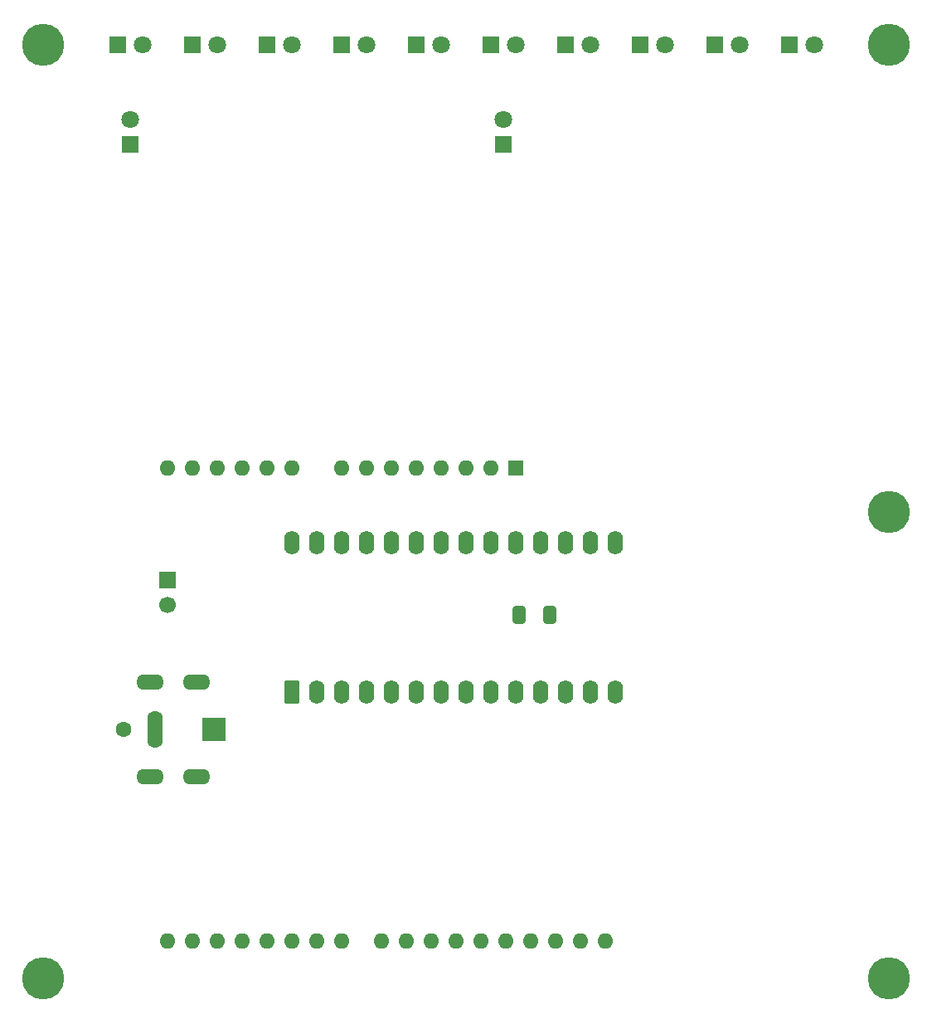
<source format=gbr>
%TF.GenerationSoftware,KiCad,Pcbnew,9.0.7-9.0.7~ubuntu24.04.1*%
%TF.CreationDate,2026-01-22T09:15:27-05:00*%
%TF.ProjectId,LED_proto_sector,4c45445f-7072-46f7-946f-5f736563746f,rev?*%
%TF.SameCoordinates,Original*%
%TF.FileFunction,Soldermask,Bot*%
%TF.FilePolarity,Negative*%
%FSLAX46Y46*%
G04 Gerber Fmt 4.6, Leading zero omitted, Abs format (unit mm)*
G04 Created by KiCad (PCBNEW 9.0.7-9.0.7~ubuntu24.04.1) date 2026-01-22 09:15:27*
%MOMM*%
%LPD*%
G01*
G04 APERTURE LIST*
G04 Aperture macros list*
%AMRoundRect*
0 Rectangle with rounded corners*
0 $1 Rounding radius*
0 $2 $3 $4 $5 $6 $7 $8 $9 X,Y pos of 4 corners*
0 Add a 4 corners polygon primitive as box body*
4,1,4,$2,$3,$4,$5,$6,$7,$8,$9,$2,$3,0*
0 Add four circle primitives for the rounded corners*
1,1,$1+$1,$2,$3*
1,1,$1+$1,$4,$5*
1,1,$1+$1,$6,$7*
1,1,$1+$1,$8,$9*
0 Add four rect primitives between the rounded corners*
20,1,$1+$1,$2,$3,$4,$5,0*
20,1,$1+$1,$4,$5,$6,$7,0*
20,1,$1+$1,$6,$7,$8,$9,0*
20,1,$1+$1,$8,$9,$2,$3,0*%
G04 Aperture macros list end*
%ADD10C,4.300000*%
%ADD11R,1.700000X1.700000*%
%ADD12C,1.700000*%
%ADD13R,1.600000X1.600000*%
%ADD14O,1.600000X1.600000*%
%ADD15R,1.800000X1.800000*%
%ADD16C,1.800000*%
%ADD17C,1.600000*%
%ADD18RoundRect,0.102000X-1.125000X1.125000X-1.125000X-1.125000X1.125000X-1.125000X1.125000X1.125000X0*%
%ADD19O,1.604000X3.804000*%
%ADD20O,2.804000X1.604000*%
%ADD21RoundRect,0.250000X-0.412500X-0.650000X0.412500X-0.650000X0.412500X0.650000X-0.412500X0.650000X0*%
%ADD22RoundRect,0.250000X0.550000X-0.950000X0.550000X0.950000X-0.550000X0.950000X-0.550000X-0.950000X0*%
%ADD23O,1.600000X2.400000*%
G04 APERTURE END LIST*
D10*
%TO.C,H5*%
X143510000Y-62230000D03*
%TD*%
D11*
%TO.C,JP1*%
X156210000Y-116840000D03*
D12*
X156210000Y-119380000D03*
%TD*%
D13*
%TO.C,A1*%
X191770000Y-105410000D03*
D14*
X189230000Y-105410000D03*
X186690000Y-105410000D03*
X184150000Y-105410000D03*
X181610000Y-105410000D03*
X179070000Y-105410000D03*
X176530000Y-105410000D03*
X173990000Y-105410000D03*
X168910000Y-105410000D03*
X166370000Y-105410000D03*
X163830000Y-105410000D03*
X161290000Y-105410000D03*
X158750000Y-105410000D03*
X156210000Y-105410000D03*
X156210000Y-153670000D03*
X158750000Y-153670000D03*
X161290000Y-153670000D03*
X163830000Y-153670000D03*
X166370000Y-153670000D03*
X168910000Y-153670000D03*
X171450000Y-153670000D03*
X173990000Y-153670000D03*
X178050000Y-153670000D03*
X180590000Y-153670000D03*
X183130000Y-153670000D03*
X185670000Y-153670000D03*
X188210000Y-153670000D03*
X190750000Y-153670000D03*
X193290000Y-153670000D03*
X195830000Y-153670000D03*
X198370000Y-153670000D03*
X200910000Y-153670000D03*
%TD*%
D10*
%TO.C,H1*%
X229870000Y-109855000D03*
%TD*%
%TO.C,H4*%
X143510000Y-157480000D03*
%TD*%
D15*
%TO.C,D10*%
X219710000Y-62230000D03*
D16*
X222250000Y-62230000D03*
%TD*%
D15*
%TO.C,D4*%
X173990000Y-62230000D03*
D16*
X176530000Y-62230000D03*
%TD*%
D10*
%TO.C,H3*%
X229870000Y-157480000D03*
%TD*%
%TO.C,H2*%
X229870000Y-62230000D03*
%TD*%
D15*
%TO.C,D5*%
X181610000Y-62230000D03*
D16*
X184150000Y-62230000D03*
%TD*%
D15*
%TO.C,D3*%
X166370000Y-62230000D03*
D16*
X168910000Y-62230000D03*
%TD*%
D15*
%TO.C,D2*%
X158750000Y-62230000D03*
D16*
X161290000Y-62230000D03*
%TD*%
D17*
%TO.C,J2*%
X151690000Y-132080000D03*
D18*
X160940000Y-132080000D03*
D19*
X154940000Y-132080000D03*
D20*
X154440000Y-127230000D03*
X154440000Y-136930000D03*
X159140000Y-127230000D03*
X159140000Y-136930000D03*
%TD*%
D15*
%TO.C,D7*%
X196850000Y-62230000D03*
D16*
X199390000Y-62230000D03*
%TD*%
D15*
%TO.C,D6*%
X189230000Y-62230000D03*
D16*
X191770000Y-62230000D03*
%TD*%
D21*
%TO.C,C1*%
X192112500Y-120357500D03*
X195237500Y-120357500D03*
%TD*%
D15*
%TO.C,D9*%
X212090000Y-62230000D03*
D16*
X214630000Y-62230000D03*
%TD*%
D22*
%TO.C,U1*%
X168910000Y-128270000D03*
D23*
X171450000Y-128270000D03*
X173990000Y-128270000D03*
X176530000Y-128270000D03*
X179070000Y-128270000D03*
X181610000Y-128270000D03*
X184150000Y-128270000D03*
X186690000Y-128270000D03*
X189230000Y-128270000D03*
X191770000Y-128270000D03*
X194310000Y-128270000D03*
X196850000Y-128270000D03*
X199390000Y-128270000D03*
X201930000Y-128270000D03*
X201930000Y-113030000D03*
X199390000Y-113030000D03*
X196850000Y-113030000D03*
X194310000Y-113030000D03*
X191770000Y-113030000D03*
X189230000Y-113030000D03*
X186690000Y-113030000D03*
X184150000Y-113030000D03*
X181610000Y-113030000D03*
X179070000Y-113030000D03*
X176530000Y-113030000D03*
X173990000Y-113030000D03*
X171450000Y-113030000D03*
X168910000Y-113030000D03*
%TD*%
D15*
%TO.C,D8*%
X204470000Y-62230000D03*
D16*
X207010000Y-62230000D03*
%TD*%
D15*
%TO.C,D11*%
X152400000Y-72390000D03*
D16*
X152400000Y-69850000D03*
%TD*%
D15*
%TO.C,D1*%
X151130000Y-62230000D03*
D16*
X153670000Y-62230000D03*
%TD*%
%TO.C,D12*%
X190500001Y-69855000D03*
D15*
X190500001Y-72395000D03*
%TD*%
M02*

</source>
